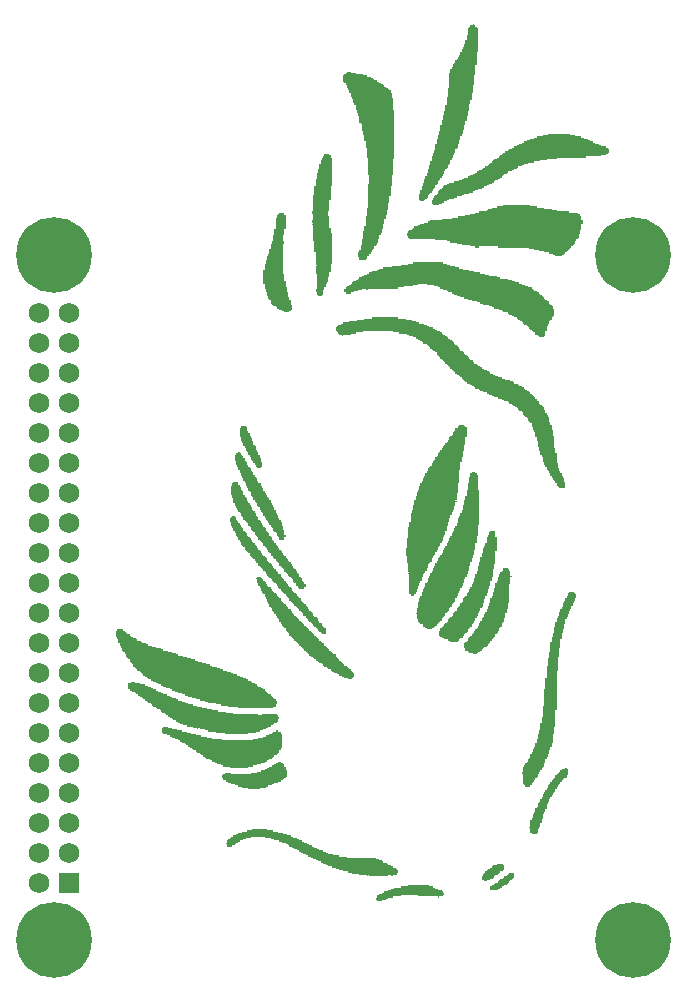
<source format=gts>
G04*
G04 #@! TF.GenerationSoftware,Altium Limited,Altium Designer,23.0.1 (38)*
G04*
G04 Layer_Color=8388736*
%FSLAX25Y25*%
%MOIN*%
G70*
G04*
G04 #@! TF.SameCoordinates,98C9FFAE-3615-4BD8-9C5D-4E3436802419*
G04*
G04*
G04 #@! TF.FilePolarity,Negative*
G04*
G01*
G75*
%ADD13C,0.25210*%
%ADD14R,0.06800X0.06800*%
%ADD15C,0.06800*%
G36*
X225424Y348291D02*
X225840D01*
Y347875D01*
X226256D01*
Y347459D01*
X226672D01*
Y339556D01*
X226256D01*
Y334980D01*
X225840D01*
Y331652D01*
X225424D01*
Y328324D01*
X225008D01*
Y325828D01*
X224592D01*
Y323332D01*
X224176D01*
Y322084D01*
X223760D01*
Y319588D01*
X223344D01*
Y317924D01*
X222928D01*
Y316261D01*
X222512D01*
Y315013D01*
X222096D01*
Y313349D01*
X221680D01*
Y312101D01*
X221264D01*
Y311269D01*
X220848D01*
Y310021D01*
X220432D01*
Y308773D01*
X220017D01*
Y307525D01*
X219601D01*
Y307109D01*
X219184D01*
Y305861D01*
X218769D01*
Y305029D01*
X218353D01*
Y304197D01*
X217937D01*
Y303365D01*
X217521D01*
Y302117D01*
X217105D01*
Y301701D01*
X216689D01*
Y300869D01*
X216273D01*
Y300453D01*
X215857D01*
Y299621D01*
X215441D01*
Y298789D01*
X215025D01*
Y297957D01*
X214609D01*
Y297541D01*
X214193D01*
Y296709D01*
X213777D01*
Y296293D01*
X213361D01*
Y295462D01*
X212945D01*
Y295046D01*
X212529D01*
Y294214D01*
X212113D01*
Y293798D01*
X211697D01*
Y292966D01*
X211281D01*
Y292550D01*
X210865D01*
Y292134D01*
X210449D01*
Y291718D01*
X210033D01*
Y290886D01*
X209617D01*
Y290470D01*
X209201D01*
Y290054D01*
X208785D01*
Y289638D01*
X207537D01*
Y290054D01*
X207121D01*
Y292134D01*
X207537D01*
Y293382D01*
X207953D01*
Y294630D01*
X208369D01*
Y295878D01*
X208785D01*
Y297126D01*
X209201D01*
Y297957D01*
X209617D01*
Y299205D01*
X210033D01*
Y300453D01*
X210449D01*
Y301701D01*
X210865D01*
Y302949D01*
X211281D01*
Y304613D01*
X211697D01*
Y305861D01*
X212113D01*
Y306693D01*
X212529D01*
Y308773D01*
X212945D01*
Y310437D01*
X213361D01*
Y311685D01*
X213777D01*
Y312933D01*
X214193D01*
Y315013D01*
X214609D01*
Y316677D01*
X215025D01*
Y318340D01*
X215441D01*
Y319588D01*
X215857D01*
Y321668D01*
X216273D01*
Y324580D01*
X216689D01*
Y327492D01*
X217105D01*
Y332484D01*
X217521D01*
Y333732D01*
X217937D01*
Y334564D01*
X218353D01*
Y335396D01*
X218769D01*
Y335812D01*
X219184D01*
Y336644D01*
X219601D01*
Y337060D01*
X220017D01*
Y337892D01*
X220432D01*
Y338308D01*
X220848D01*
Y339556D01*
X221264D01*
Y340388D01*
X221680D01*
Y341219D01*
X222096D01*
Y342051D01*
X222512D01*
Y343299D01*
X222928D01*
Y344963D01*
X223344D01*
Y347459D01*
X223760D01*
Y347875D01*
X224176D01*
Y348291D01*
X225008D01*
Y348707D01*
X225424D01*
Y348291D01*
D02*
G37*
G36*
X257455Y311685D02*
X259119D01*
Y311269D01*
X261198D01*
Y310853D01*
X262031D01*
Y310437D01*
X263279D01*
Y310021D01*
X264110D01*
Y309605D01*
X264942D01*
Y309189D01*
X265774D01*
Y308773D01*
X267022D01*
Y308357D01*
X267854D01*
Y307941D01*
X269518D01*
Y307525D01*
X269934D01*
Y307109D01*
X270350D01*
Y305861D01*
X269934D01*
Y305445D01*
X269518D01*
Y305029D01*
X267854D01*
Y304613D01*
X262862D01*
Y304197D01*
X252879D01*
Y303781D01*
X249551D01*
Y303365D01*
X247471D01*
Y302949D01*
X245391D01*
Y302533D01*
X243311D01*
Y302117D01*
X242063D01*
Y301701D01*
X241231D01*
Y301285D01*
X239984D01*
Y300869D01*
X239568D01*
Y300453D01*
X238736D01*
Y300037D01*
X237904D01*
Y299621D01*
X236656D01*
Y299205D01*
X236240D01*
Y298789D01*
X235408D01*
Y298373D01*
X234992D01*
Y297957D01*
X234576D01*
Y297541D01*
X234160D01*
Y297126D01*
X233328D01*
Y296709D01*
X232496D01*
Y296293D01*
X232080D01*
Y295878D01*
X231248D01*
Y295462D01*
X230416D01*
Y295046D01*
X229584D01*
Y294630D01*
X228752D01*
Y294214D01*
X227920D01*
Y293798D01*
X226672D01*
Y293382D01*
X225840D01*
Y292966D01*
X225008D01*
Y292550D01*
X223760D01*
Y292134D01*
X222096D01*
Y291718D01*
X221264D01*
Y291302D01*
X219601D01*
Y290886D01*
X218769D01*
Y290470D01*
X217105D01*
Y290054D01*
X216273D01*
Y289638D01*
X215441D01*
Y289222D01*
X214609D01*
Y288806D01*
X213777D01*
Y288390D01*
X211697D01*
Y288806D01*
X211281D01*
Y290054D01*
X211697D01*
Y290886D01*
X212113D01*
Y291302D01*
X212529D01*
Y291718D01*
X212945D01*
Y292134D01*
X213361D01*
Y292966D01*
X213777D01*
Y293382D01*
X214193D01*
Y293798D01*
X214609D01*
Y294214D01*
X215025D01*
Y294630D01*
X215441D01*
Y295046D01*
X216273D01*
Y295462D01*
X217105D01*
Y295878D01*
X218769D01*
Y296293D01*
X220432D01*
Y296709D01*
X221264D01*
Y297126D01*
X222096D01*
Y297541D01*
X223344D01*
Y297957D01*
X224176D01*
Y298373D01*
X225008D01*
Y298789D01*
X225840D01*
Y299205D01*
X226256D01*
Y299621D01*
X227088D01*
Y300037D01*
X227920D01*
Y300453D01*
X228336D01*
Y300869D01*
X229168D01*
Y301285D01*
X230000D01*
Y301701D01*
X230416D01*
Y302117D01*
X230832D01*
Y302533D01*
X231248D01*
Y302949D01*
X231664D01*
Y303365D01*
X232080D01*
Y303781D01*
X232912D01*
Y304197D01*
X233744D01*
Y304613D01*
X234160D01*
Y305029D01*
X234576D01*
Y305445D01*
X234992D01*
Y305861D01*
X235824D01*
Y306277D01*
X236656D01*
Y306693D01*
X237072D01*
Y307109D01*
X237904D01*
Y307525D01*
X238736D01*
Y307941D01*
X239568D01*
Y308357D01*
X240400D01*
Y308773D01*
X241231D01*
Y309189D01*
X242063D01*
Y309605D01*
X242895D01*
Y310021D01*
X244143D01*
Y310437D01*
X245391D01*
Y310853D01*
X246223D01*
Y311269D01*
X248303D01*
Y311685D01*
X249967D01*
Y312101D01*
X257455D01*
Y311685D01*
D02*
G37*
G36*
X244143Y287974D02*
X246223D01*
Y287558D01*
X248719D01*
Y287142D01*
X251215D01*
Y286726D01*
X252879D01*
Y286310D01*
X257039D01*
Y285894D01*
X259951D01*
Y285478D01*
X260783D01*
Y284646D01*
X261198D01*
Y283398D01*
X261614D01*
Y282150D01*
X261198D01*
Y280070D01*
X260783D01*
Y278822D01*
X260367D01*
Y277574D01*
X259951D01*
Y277158D01*
X259535D01*
Y276326D01*
X259119D01*
Y275495D01*
X258703D01*
Y275079D01*
X258287D01*
Y274662D01*
X257871D01*
Y274247D01*
X257455D01*
Y273831D01*
X257039D01*
Y273415D01*
X256623D01*
Y272999D01*
X256207D01*
Y272583D01*
X255791D01*
Y272167D01*
X255375D01*
Y271751D01*
X254543D01*
Y271335D01*
X252463D01*
Y271751D01*
X251631D01*
Y272167D01*
X250383D01*
Y272583D01*
X248719D01*
Y272999D01*
X247055D01*
Y273415D01*
X245391D01*
Y273831D01*
X243727D01*
Y274247D01*
X233328D01*
Y274662D01*
X227088D01*
Y274247D01*
X225840D01*
Y274662D01*
X224176D01*
Y275079D01*
X221264D01*
Y275495D01*
X219601D01*
Y275910D01*
X217521D01*
Y276326D01*
X216273D01*
Y276742D01*
X212529D01*
Y277158D01*
X203793D01*
Y277574D01*
X203377D01*
Y277990D01*
X202961D01*
Y279238D01*
X203377D01*
Y279654D01*
X203793D01*
Y280070D01*
X204625D01*
Y280486D01*
X205041D01*
Y280902D01*
X205457D01*
Y281318D01*
X206705D01*
Y281734D01*
X207537D01*
Y282150D01*
X208785D01*
Y282566D01*
X210033D01*
Y282982D01*
X210865D01*
Y283398D01*
X214609D01*
Y283814D01*
X217937D01*
Y284230D01*
X220017D01*
Y284646D01*
X222512D01*
Y285062D01*
X224176D01*
Y285478D01*
X225840D01*
Y285894D01*
X227088D01*
Y286310D01*
X229584D01*
Y286726D01*
X230000D01*
Y287142D01*
X231248D01*
Y287558D01*
X232912D01*
Y287974D01*
X234992D01*
Y288390D01*
X244143D01*
Y287974D01*
D02*
G37*
G36*
X184242Y332484D02*
X185906D01*
Y332068D01*
X188402D01*
Y331652D01*
X189650D01*
Y331236D01*
X190898D01*
Y330820D01*
X191730D01*
Y330404D01*
X192146D01*
Y329988D01*
X192978D01*
Y329572D01*
X193810D01*
Y329156D01*
X194226D01*
Y328740D01*
X195058D01*
Y328324D01*
X195474D01*
Y327908D01*
X195890D01*
Y327492D01*
X196721D01*
Y327076D01*
X197137D01*
Y326660D01*
X197554D01*
Y325828D01*
X197969D01*
Y324164D01*
X198386D01*
Y320004D01*
X198801D01*
Y303781D01*
X198386D01*
Y298373D01*
X197969D01*
Y294630D01*
X197554D01*
Y291302D01*
X197137D01*
Y289222D01*
X196721D01*
Y286726D01*
X196306D01*
Y285062D01*
X195890D01*
Y283814D01*
X195474D01*
Y282150D01*
X195058D01*
Y280486D01*
X194642D01*
Y279238D01*
X194226D01*
Y278406D01*
X193810D01*
Y277158D01*
X193394D01*
Y275910D01*
X192978D01*
Y275079D01*
X192562D01*
Y274662D01*
X192146D01*
Y273831D01*
X191730D01*
Y273415D01*
X191314D01*
Y272583D01*
X190898D01*
Y272167D01*
X190482D01*
Y271335D01*
X189650D01*
Y270503D01*
X189234D01*
Y270087D01*
X187154D01*
Y270919D01*
X186738D01*
Y272583D01*
X187154D01*
Y273415D01*
X187570D01*
Y275079D01*
X187986D01*
Y277158D01*
X188402D01*
Y279654D01*
X188818D01*
Y281318D01*
X189234D01*
Y284646D01*
X189650D01*
Y287558D01*
X190066D01*
Y295462D01*
X190482D01*
Y298373D01*
X190066D01*
Y304197D01*
X189650D01*
Y307525D01*
X189234D01*
Y309605D01*
X188818D01*
Y311685D01*
X188402D01*
Y312933D01*
X187986D01*
Y315429D01*
X187570D01*
Y315845D01*
X187154D01*
Y317924D01*
X186738D01*
Y319172D01*
X186322D01*
Y320004D01*
X185906D01*
Y321668D01*
X185490D01*
Y322500D01*
X185074D01*
Y323748D01*
X184658D01*
Y324580D01*
X184242D01*
Y325828D01*
X183826D01*
Y326660D01*
X183410D01*
Y327492D01*
X182994D01*
Y328324D01*
X182578D01*
Y329156D01*
X182162D01*
Y329572D01*
X181746D01*
Y331652D01*
X182162D01*
Y332068D01*
X182578D01*
Y332484D01*
X182994D01*
Y332900D01*
X184242D01*
Y332484D01*
D02*
G37*
G36*
X177171Y305029D02*
X177586D01*
Y304197D01*
X178002D01*
Y294630D01*
X177586D01*
Y290054D01*
X177171D01*
Y286310D01*
X176754D01*
Y284646D01*
X177171D01*
Y280902D01*
X177586D01*
Y279238D01*
X178002D01*
Y268839D01*
X177586D01*
Y265927D01*
X177171D01*
Y264263D01*
X176754D01*
Y262599D01*
X176339D01*
Y262183D01*
X175923D01*
Y260935D01*
X175506D01*
Y260103D01*
X175091D01*
Y258439D01*
X174675D01*
Y258023D01*
X173427D01*
Y258439D01*
X173011D01*
Y259271D01*
X172595D01*
Y260519D01*
X173011D01*
Y265511D01*
X172595D01*
Y268007D01*
X173011D01*
Y268423D01*
X172595D01*
Y272583D01*
X172179D01*
Y276326D01*
X171763D01*
Y281734D01*
X171347D01*
Y282150D01*
X171763D01*
Y282566D01*
X171347D01*
Y283398D01*
X171763D01*
Y285478D01*
X171347D01*
Y286310D01*
X171763D01*
Y291718D01*
X172179D01*
Y294630D01*
X172595D01*
Y297126D01*
X173011D01*
Y299205D01*
X173427D01*
Y300453D01*
X173843D01*
Y302117D01*
X174259D01*
Y303365D01*
X174675D01*
Y304197D01*
X175091D01*
Y304613D01*
X175506D01*
Y305445D01*
X177171D01*
Y305029D01*
D02*
G37*
G36*
X162195Y285062D02*
X162611D01*
Y280486D01*
X162195D01*
Y278406D01*
X161779D01*
Y276326D01*
X162195D01*
Y275495D01*
X161779D01*
Y265511D01*
X162195D01*
Y263015D01*
X162611D01*
Y260935D01*
X163027D01*
Y259271D01*
X163443D01*
Y257607D01*
X163859D01*
Y256775D01*
X164275D01*
Y255111D01*
X164691D01*
Y253448D01*
X164275D01*
Y253031D01*
X163859D01*
Y252615D01*
X162195D01*
Y253031D01*
X161363D01*
Y253448D01*
X160531D01*
Y253864D01*
X159699D01*
Y254279D01*
X159283D01*
Y254695D01*
X158451D01*
Y255111D01*
X158035D01*
Y255527D01*
X157619D01*
Y256775D01*
X157203D01*
Y257191D01*
X156787D01*
Y258023D01*
X156371D01*
Y259271D01*
X155955D01*
Y260519D01*
X155540D01*
Y262183D01*
X155123D01*
Y266759D01*
X155540D01*
Y268839D01*
X155955D01*
Y270087D01*
X156371D01*
Y271335D01*
X156787D01*
Y272167D01*
X157203D01*
Y273831D01*
X157619D01*
Y275495D01*
X158035D01*
Y276326D01*
X158451D01*
Y278406D01*
X158867D01*
Y280486D01*
X159283D01*
Y284230D01*
X159699D01*
Y285062D01*
X160115D01*
Y285478D01*
X160531D01*
Y285894D01*
X162195D01*
Y285062D01*
D02*
G37*
G36*
X215025Y268839D02*
X216273D01*
Y268423D01*
X217521D01*
Y268007D01*
X219184D01*
Y267591D01*
X220432D01*
Y267175D01*
X221680D01*
Y266759D01*
X223760D01*
Y266343D01*
X225424D01*
Y265927D01*
X227504D01*
Y265511D01*
X229168D01*
Y265095D01*
X230416D01*
Y264679D01*
X232912D01*
Y264263D01*
X234160D01*
Y263847D01*
X236656D01*
Y263431D01*
X237904D01*
Y263015D01*
X239152D01*
Y262599D01*
X240400D01*
Y262183D01*
X241231D01*
Y261767D01*
X242479D01*
Y261351D01*
X243311D01*
Y260935D01*
X244559D01*
Y260519D01*
X244975D01*
Y260103D01*
X245391D01*
Y259687D01*
X246223D01*
Y259271D01*
X247055D01*
Y258855D01*
X247471D01*
Y258439D01*
X247887D01*
Y258023D01*
X248303D01*
Y257607D01*
X248719D01*
Y257191D01*
X249135D01*
Y256775D01*
X249551D01*
Y256359D01*
X250383D01*
Y255527D01*
X250799D01*
Y255111D01*
X251215D01*
Y254695D01*
X251631D01*
Y253864D01*
X252047D01*
Y251368D01*
X251631D01*
Y250952D01*
X251215D01*
Y250120D01*
X250799D01*
Y249704D01*
X250383D01*
Y248872D01*
X249967D01*
Y248040D01*
X249551D01*
Y246376D01*
X249135D01*
Y244712D01*
X248719D01*
Y244296D01*
X247055D01*
Y244712D01*
X246639D01*
Y245128D01*
X245807D01*
Y245960D01*
X244975D01*
Y246376D01*
X244559D01*
Y246792D01*
X244143D01*
Y247208D01*
X243727D01*
Y247624D01*
X243311D01*
Y248040D01*
X242895D01*
Y248456D01*
X242063D01*
Y248872D01*
X241648D01*
Y249288D01*
X241231D01*
Y249704D01*
X240815D01*
Y250120D01*
X239984D01*
Y250536D01*
X239568D01*
Y250952D01*
X238736D01*
Y251368D01*
X237904D01*
Y251784D01*
X237072D01*
Y252200D01*
X236656D01*
Y252615D01*
X234992D01*
Y253031D01*
X234576D01*
Y253448D01*
X233744D01*
Y253864D01*
X232080D01*
Y254279D01*
X231248D01*
Y254695D01*
X230416D01*
Y255111D01*
X228336D01*
Y255527D01*
X227504D01*
Y255943D01*
X226256D01*
Y256359D01*
X224592D01*
Y256775D01*
X223344D01*
Y257191D01*
X222096D01*
Y257607D01*
X220848D01*
Y258023D01*
X219601D01*
Y258439D01*
X218769D01*
Y258855D01*
X217937D01*
Y259271D01*
X216689D01*
Y259687D01*
X216273D01*
Y260103D01*
X215025D01*
Y260519D01*
X214193D01*
Y260935D01*
X213361D01*
Y261351D01*
X212113D01*
Y261767D01*
X209617D01*
Y262183D01*
X206705D01*
Y261767D01*
X205041D01*
Y261351D01*
X202129D01*
Y260935D01*
X200049D01*
Y260519D01*
X190066D01*
Y260103D01*
X189234D01*
Y260519D01*
X187986D01*
Y260103D01*
X186738D01*
Y259687D01*
X185490D01*
Y259271D01*
X184242D01*
Y258855D01*
X182578D01*
Y259271D01*
X182162D01*
Y260519D01*
X182578D01*
Y260935D01*
X182994D01*
Y261351D01*
X183826D01*
Y261767D01*
X184242D01*
Y262183D01*
X184658D01*
Y262599D01*
X185074D01*
Y263015D01*
X185906D01*
Y263431D01*
X186738D01*
Y263847D01*
X187154D01*
Y264263D01*
X187986D01*
Y264679D01*
X188818D01*
Y265095D01*
X189650D01*
Y265511D01*
X190482D01*
Y265927D01*
X191314D01*
Y266343D01*
X192978D01*
Y266759D01*
X193810D01*
Y267175D01*
X195058D01*
Y267591D01*
X197969D01*
Y268007D01*
X200881D01*
Y268423D01*
X203377D01*
Y268839D01*
X205041D01*
Y269255D01*
X215025D01*
Y268839D01*
D02*
G37*
G36*
X149300Y214345D02*
X149716D01*
Y213097D01*
X150132D01*
Y212265D01*
X150548D01*
Y211433D01*
X150964D01*
Y210601D01*
X151380D01*
Y209770D01*
X151796D01*
Y208522D01*
X152212D01*
Y208106D01*
X152628D01*
Y206858D01*
X153044D01*
Y206026D01*
X153460D01*
Y205194D01*
X153876D01*
Y203946D01*
X154291D01*
Y202698D01*
X154708D01*
Y201034D01*
X154291D01*
Y200618D01*
X153044D01*
Y201034D01*
X152628D01*
Y201866D01*
X152212D01*
Y202282D01*
X151796D01*
Y203114D01*
X151380D01*
Y203530D01*
X150964D01*
Y204362D01*
X150548D01*
Y205194D01*
X150132D01*
Y206026D01*
X149716D01*
Y206442D01*
X149300D01*
Y207274D01*
X148884D01*
Y208106D01*
X148468D01*
Y208938D01*
X148052D01*
Y209770D01*
X147636D01*
Y211017D01*
X147220D01*
Y213929D01*
X147636D01*
Y214761D01*
X149300D01*
Y214345D01*
D02*
G37*
G36*
X200049Y250536D02*
X202545D01*
Y250120D01*
X204625D01*
Y249704D01*
X205873D01*
Y249288D01*
X207121D01*
Y248872D01*
X208785D01*
Y248456D01*
X209617D01*
Y248040D01*
X210449D01*
Y247624D01*
X211697D01*
Y247208D01*
X212529D01*
Y246792D01*
X212945D01*
Y246376D01*
X214193D01*
Y245960D01*
X214609D01*
Y245544D01*
X215025D01*
Y245128D01*
X215857D01*
Y244712D01*
X216273D01*
Y244296D01*
X216689D01*
Y243880D01*
X217521D01*
Y243464D01*
X217937D01*
Y243048D01*
X218353D01*
Y242632D01*
X218769D01*
Y242216D01*
X219184D01*
Y241800D01*
X219601D01*
Y241384D01*
X220017D01*
Y240968D01*
X220432D01*
Y240552D01*
X220848D01*
Y239720D01*
X221680D01*
Y239304D01*
X222096D01*
Y238888D01*
X222512D01*
Y238472D01*
X222928D01*
Y238056D01*
X223344D01*
Y237640D01*
X223760D01*
Y237224D01*
X224176D01*
Y236808D01*
X225008D01*
Y235976D01*
X225424D01*
Y235560D01*
X226256D01*
Y235144D01*
X226672D01*
Y234728D01*
X227504D01*
Y234312D01*
X227920D01*
Y233896D01*
X228752D01*
Y233480D01*
X229584D01*
Y233064D01*
X230416D01*
Y232648D01*
X230832D01*
Y232232D01*
X231664D01*
Y231817D01*
X232496D01*
Y231400D01*
X233328D01*
Y230984D01*
X234576D01*
Y230569D01*
X235824D01*
Y230153D01*
X237488D01*
Y229737D01*
X238320D01*
Y229321D01*
X238736D01*
Y228905D01*
X239984D01*
Y228489D01*
X240400D01*
Y228073D01*
X241231D01*
Y227657D01*
X242063D01*
Y227241D01*
X242479D01*
Y226825D01*
X242895D01*
Y226409D01*
X243727D01*
Y225993D01*
X244143D01*
Y225577D01*
X244559D01*
Y225161D01*
X244975D01*
Y224745D01*
X245391D01*
Y224329D01*
X245807D01*
Y223913D01*
X246223D01*
Y223081D01*
X247055D01*
Y222249D01*
X247471D01*
Y221833D01*
X247887D01*
Y221417D01*
X248303D01*
Y221001D01*
X248719D01*
Y220169D01*
X249135D01*
Y218921D01*
X249551D01*
Y218505D01*
X249967D01*
Y217673D01*
X250383D01*
Y216009D01*
X250799D01*
Y215177D01*
X251215D01*
Y213513D01*
X251631D01*
Y211433D01*
X252047D01*
Y207274D01*
X252463D01*
Y205610D01*
X252879D01*
Y202282D01*
X253295D01*
Y200618D01*
X253711D01*
Y199786D01*
X254127D01*
Y198954D01*
X254543D01*
Y198122D01*
X254959D01*
Y197290D01*
X255375D01*
Y196042D01*
X255791D01*
Y193962D01*
X253711D01*
Y194378D01*
X253295D01*
Y194794D01*
X252879D01*
Y195626D01*
X252463D01*
Y196458D01*
X252047D01*
Y196874D01*
X251631D01*
Y197290D01*
X251215D01*
Y198122D01*
X250799D01*
Y198954D01*
X250383D01*
Y199786D01*
X249967D01*
Y200202D01*
X249551D01*
Y201034D01*
X249135D01*
Y201866D01*
X248719D01*
Y202698D01*
X248303D01*
Y204362D01*
X247887D01*
Y205194D01*
X247471D01*
Y206442D01*
X247055D01*
Y207690D01*
X246639D01*
Y209770D01*
X246223D01*
Y211017D01*
X245807D01*
Y212681D01*
X245391D01*
Y213513D01*
X244975D01*
Y214345D01*
X244559D01*
Y215593D01*
X244143D01*
Y216009D01*
X243727D01*
Y216425D01*
X243311D01*
Y217257D01*
X242895D01*
Y217673D01*
X242479D01*
Y218089D01*
X242063D01*
Y218505D01*
X241648D01*
Y219337D01*
X241231D01*
Y219753D01*
X240400D01*
Y220169D01*
X239984D01*
Y220585D01*
X239568D01*
Y221001D01*
X239152D01*
Y221417D01*
X238320D01*
Y221833D01*
X237904D01*
Y222249D01*
X237072D01*
Y222665D01*
X236656D01*
Y223081D01*
X235408D01*
Y223497D01*
X234576D01*
Y223913D01*
X233328D01*
Y224329D01*
X232080D01*
Y224745D01*
X231248D01*
Y225161D01*
X230416D01*
Y225577D01*
X229584D01*
Y225993D01*
X228336D01*
Y226409D01*
X227504D01*
Y226825D01*
X227088D01*
Y227241D01*
X225840D01*
Y227657D01*
X225424D01*
Y228073D01*
X224592D01*
Y228489D01*
X224176D01*
Y228905D01*
X222928D01*
Y229321D01*
X222512D01*
Y229737D01*
X222096D01*
Y230153D01*
X221680D01*
Y230569D01*
X221264D01*
Y230984D01*
X220848D01*
Y231400D01*
X220432D01*
Y231817D01*
X219601D01*
Y232232D01*
X219184D01*
Y232648D01*
X218769D01*
Y233064D01*
X218353D01*
Y233480D01*
X217937D01*
Y233896D01*
X217521D01*
Y234312D01*
X217105D01*
Y234728D01*
X216689D01*
Y235144D01*
X216273D01*
Y235560D01*
X215857D01*
Y235976D01*
X215441D01*
Y236392D01*
X215025D01*
Y236808D01*
X214609D01*
Y237224D01*
X214193D01*
Y237640D01*
X213777D01*
Y238056D01*
X213361D01*
Y238472D01*
X212945D01*
Y239304D01*
X212529D01*
Y239720D01*
X211697D01*
Y240136D01*
X211281D01*
Y240552D01*
X210865D01*
Y240968D01*
X210449D01*
Y241384D01*
X210033D01*
Y241800D01*
X209617D01*
Y242216D01*
X208369D01*
Y242632D01*
X207953D01*
Y243048D01*
X207537D01*
Y243464D01*
X206705D01*
Y243880D01*
X205873D01*
Y244296D01*
X205041D01*
Y244712D01*
X203793D01*
Y245128D01*
X202961D01*
Y245544D01*
X200465D01*
Y245960D01*
X198386D01*
Y246376D01*
X188402D01*
Y245960D01*
X185906D01*
Y245544D01*
X184242D01*
Y245128D01*
X181746D01*
Y244712D01*
X181330D01*
Y245128D01*
X180498D01*
Y245544D01*
X180082D01*
Y245960D01*
X179666D01*
Y246376D01*
X179250D01*
Y247624D01*
X179666D01*
Y248040D01*
X180082D01*
Y248456D01*
X180914D01*
Y248872D01*
X181746D01*
Y249288D01*
X183826D01*
Y249704D01*
X186322D01*
Y250120D01*
X188818D01*
Y250536D01*
X191314D01*
Y250952D01*
X200049D01*
Y250536D01*
D02*
G37*
G36*
X147220Y205610D02*
X147636D01*
Y205194D01*
X148052D01*
Y204778D01*
X148468D01*
Y203946D01*
X148884D01*
Y203114D01*
X149300D01*
Y202698D01*
X149716D01*
Y201866D01*
X150132D01*
Y201034D01*
X150548D01*
Y200618D01*
X150964D01*
Y199786D01*
X151380D01*
Y199370D01*
X151796D01*
Y198538D01*
X152212D01*
Y197706D01*
X152628D01*
Y197290D01*
X153044D01*
Y196458D01*
X153460D01*
Y195626D01*
X154291D01*
Y194794D01*
X154708D01*
Y193962D01*
X155123D01*
Y193130D01*
X155540D01*
Y192298D01*
X155955D01*
Y191882D01*
X156371D01*
Y191050D01*
X156787D01*
Y190634D01*
X157203D01*
Y190218D01*
X157619D01*
Y188970D01*
X158035D01*
Y188555D01*
X158451D01*
Y187723D01*
X158867D01*
Y186891D01*
X159283D01*
Y185643D01*
X159699D01*
Y185227D01*
X160115D01*
Y183979D01*
X160531D01*
Y183563D01*
X160947D01*
Y182731D01*
X161363D01*
Y181483D01*
X161779D01*
Y180235D01*
X162195D01*
Y178571D01*
X162611D01*
Y177739D01*
X162195D01*
Y176907D01*
X160531D01*
Y177739D01*
X160115D01*
Y178155D01*
X159699D01*
Y178987D01*
X159283D01*
Y179403D01*
X158867D01*
Y179819D01*
X158451D01*
Y180651D01*
X158035D01*
Y181067D01*
X157619D01*
Y181899D01*
X157203D01*
Y182315D01*
X156787D01*
Y183147D01*
X156371D01*
Y183563D01*
X155955D01*
Y183979D01*
X155540D01*
Y184811D01*
X155123D01*
Y185643D01*
X154708D01*
Y186059D01*
X154291D01*
Y186891D01*
X153876D01*
Y187723D01*
X153460D01*
Y188138D01*
X153044D01*
Y188970D01*
X152628D01*
Y189386D01*
X152212D01*
Y190218D01*
X151796D01*
Y191050D01*
X151380D01*
Y191466D01*
X150964D01*
Y192714D01*
X150548D01*
Y193130D01*
X150132D01*
Y193962D01*
X149716D01*
Y194794D01*
X149300D01*
Y195626D01*
X148884D01*
Y196458D01*
X148468D01*
Y197290D01*
X148052D01*
Y198122D01*
X147636D01*
Y198954D01*
X147220D01*
Y200202D01*
X146804D01*
Y201034D01*
X146388D01*
Y201866D01*
X145972D01*
Y203114D01*
X145556D01*
Y205194D01*
X145972D01*
Y205610D01*
X146804D01*
Y206026D01*
X147220D01*
Y205610D01*
D02*
G37*
G36*
X146804Y195210D02*
X147220D01*
Y194378D01*
X147636D01*
Y193546D01*
X148052D01*
Y193130D01*
X148468D01*
Y191882D01*
X148884D01*
Y191050D01*
X149300D01*
Y190634D01*
X149716D01*
Y189802D01*
X150132D01*
Y188970D01*
X150548D01*
Y188555D01*
X150964D01*
Y187723D01*
X151380D01*
Y186891D01*
X151796D01*
Y186475D01*
X152212D01*
Y185643D01*
X152628D01*
Y184811D01*
X153044D01*
Y184395D01*
X153460D01*
Y183563D01*
X153876D01*
Y183147D01*
X154291D01*
Y182315D01*
X154708D01*
Y181899D01*
X155123D01*
Y181067D01*
X155540D01*
Y180651D01*
X155955D01*
Y179819D01*
X156371D01*
Y179403D01*
X156787D01*
Y178987D01*
X157203D01*
Y178155D01*
X157619D01*
Y177739D01*
X158035D01*
Y176907D01*
X158451D01*
Y176491D01*
X158867D01*
Y175659D01*
X159283D01*
Y175243D01*
X159699D01*
Y174827D01*
X160115D01*
Y173995D01*
X160531D01*
Y173579D01*
X160947D01*
Y173163D01*
X161363D01*
Y172331D01*
X161779D01*
Y171915D01*
X162195D01*
Y171499D01*
X162611D01*
Y170667D01*
X163027D01*
Y170251D01*
X163443D01*
Y169835D01*
X163859D01*
Y169419D01*
X164275D01*
Y168587D01*
X164691D01*
Y168172D01*
X165107D01*
Y167340D01*
X165523D01*
Y166923D01*
X165939D01*
Y166507D01*
X166355D01*
Y165676D01*
X166771D01*
Y165260D01*
X167187D01*
Y164428D01*
X167603D01*
Y164012D01*
X168019D01*
Y163180D01*
X168435D01*
Y162764D01*
X168851D01*
Y161932D01*
X169267D01*
Y161100D01*
X168851D01*
Y160268D01*
X167187D01*
Y160684D01*
X166771D01*
Y161516D01*
X165939D01*
Y162348D01*
X165523D01*
Y162764D01*
X165107D01*
Y163596D01*
X164691D01*
Y164012D01*
X164275D01*
Y164428D01*
X163859D01*
Y164844D01*
X163443D01*
Y165260D01*
X163027D01*
Y165676D01*
X162611D01*
Y166092D01*
X162195D01*
Y166923D01*
X161779D01*
Y167340D01*
X161363D01*
Y167755D01*
X160947D01*
Y168172D01*
X160531D01*
Y169003D01*
X160115D01*
Y169419D01*
X159699D01*
Y169835D01*
X159283D01*
Y170251D01*
X158867D01*
Y170667D01*
X158451D01*
Y171499D01*
X157619D01*
Y172331D01*
X157203D01*
Y172747D01*
X156787D01*
Y173579D01*
X156371D01*
Y173995D01*
X155955D01*
Y174411D01*
X155540D01*
Y174827D01*
X155123D01*
Y175659D01*
X154708D01*
Y176075D01*
X154291D01*
Y176491D01*
X153876D01*
Y176907D01*
X153460D01*
Y177739D01*
X153044D01*
Y178155D01*
X152628D01*
Y178571D01*
X152212D01*
Y179403D01*
X151796D01*
Y179819D01*
X151380D01*
Y180235D01*
X150964D01*
Y181067D01*
X150548D01*
Y181483D01*
X150132D01*
Y182315D01*
X149716D01*
Y182731D01*
X149300D01*
Y183147D01*
X148884D01*
Y183563D01*
X148468D01*
Y184395D01*
X148052D01*
Y184811D01*
X147636D01*
Y185643D01*
X147220D01*
Y186059D01*
X146804D01*
Y186891D01*
X146388D01*
Y187307D01*
X145972D01*
Y188138D01*
X145556D01*
Y188970D01*
X145140D01*
Y190634D01*
X144724D01*
Y191882D01*
X144308D01*
Y194794D01*
X144724D01*
Y195626D01*
X145140D01*
Y196042D01*
X146804D01*
Y195210D01*
D02*
G37*
G36*
X222096Y214761D02*
X222512D01*
Y214345D01*
X222928D01*
Y211017D01*
X222512D01*
Y208522D01*
X222096D01*
Y206442D01*
X221680D01*
Y204362D01*
X221264D01*
Y202698D01*
X220848D01*
Y200202D01*
X220432D01*
Y195626D01*
X220017D01*
Y192298D01*
X219601D01*
Y190218D01*
X219184D01*
Y189802D01*
X219601D01*
Y189386D01*
X219184D01*
Y188138D01*
X218769D01*
Y186891D01*
X218353D01*
Y186059D01*
X217937D01*
Y185227D01*
X217521D01*
Y183979D01*
X217105D01*
Y182731D01*
X216689D01*
Y181483D01*
X216273D01*
Y179819D01*
X215857D01*
Y178571D01*
X215441D01*
Y177739D01*
X215025D01*
Y176491D01*
X214609D01*
Y175659D01*
X214193D01*
Y174827D01*
X213777D01*
Y174411D01*
X213361D01*
Y173579D01*
X212945D01*
Y172747D01*
X212529D01*
Y171915D01*
X212113D01*
Y171499D01*
X211697D01*
Y170667D01*
X211281D01*
Y169419D01*
X210865D01*
Y169003D01*
X210449D01*
Y168587D01*
X210033D01*
Y167340D01*
X209617D01*
Y166507D01*
X209201D01*
Y165676D01*
X208785D01*
Y165260D01*
X208369D01*
Y164428D01*
X207953D01*
Y163180D01*
X207537D01*
Y162348D01*
X207121D01*
Y161516D01*
X206705D01*
Y160268D01*
X206289D01*
Y159436D01*
X205873D01*
Y158604D01*
X205457D01*
Y158188D01*
X204209D01*
Y158604D01*
X203793D01*
Y165260D01*
X203377D01*
Y165676D01*
X203793D01*
Y166092D01*
X203377D01*
Y169003D01*
X202961D01*
Y171499D01*
X202545D01*
Y173995D01*
X202961D01*
Y177323D01*
X203377D01*
Y181067D01*
X203793D01*
Y182731D01*
X204209D01*
Y185643D01*
X204625D01*
Y186891D01*
X205041D01*
Y188555D01*
X205457D01*
Y190218D01*
X205873D01*
Y191466D01*
X206289D01*
Y192714D01*
X206705D01*
Y193546D01*
X207121D01*
Y194794D01*
X207537D01*
Y195626D01*
X207953D01*
Y196458D01*
X208369D01*
Y197290D01*
X208785D01*
Y198122D01*
X209201D01*
Y198954D01*
X209617D01*
Y199786D01*
X210033D01*
Y200618D01*
X210449D01*
Y201034D01*
X210865D01*
Y201450D01*
X211281D01*
Y202282D01*
X211697D01*
Y203114D01*
X212113D01*
Y203530D01*
X212529D01*
Y204362D01*
X212945D01*
Y204778D01*
X213361D01*
Y205610D01*
X213777D01*
Y206026D01*
X214193D01*
Y206858D01*
X214609D01*
Y207274D01*
X215025D01*
Y208106D01*
X215441D01*
Y208522D01*
X215857D01*
Y208938D01*
X216273D01*
Y209353D01*
X216689D01*
Y210186D01*
X217105D01*
Y211017D01*
X217521D01*
Y211433D01*
X217937D01*
Y211849D01*
X218353D01*
Y212681D01*
X218769D01*
Y213097D01*
X219184D01*
Y213929D01*
X220017D01*
Y214761D01*
X220432D01*
Y215177D01*
X222096D01*
Y214761D01*
D02*
G37*
G36*
X225840Y198954D02*
X226256D01*
Y198538D01*
X226672D01*
Y193546D01*
X227088D01*
Y181899D01*
X226672D01*
Y178155D01*
X226256D01*
Y175659D01*
X225840D01*
Y173579D01*
X225424D01*
Y171915D01*
X225008D01*
Y170667D01*
X224592D01*
Y169419D01*
X224176D01*
Y168172D01*
X223760D01*
Y166507D01*
X223344D01*
Y165260D01*
X222928D01*
Y164428D01*
X222512D01*
Y163596D01*
X222096D01*
Y162348D01*
X221680D01*
Y161516D01*
X221264D01*
Y160684D01*
X220848D01*
Y159852D01*
X220432D01*
Y159020D01*
X220017D01*
Y158188D01*
X219601D01*
Y157356D01*
X219184D01*
Y156108D01*
X218769D01*
Y155692D01*
X218353D01*
Y155276D01*
X217937D01*
Y154444D01*
X217521D01*
Y154028D01*
X217105D01*
Y153196D01*
X216689D01*
Y152780D01*
X216273D01*
Y152364D01*
X215857D01*
Y151532D01*
X215441D01*
Y151116D01*
X215025D01*
Y150700D01*
X214609D01*
Y149868D01*
X214193D01*
Y149452D01*
X213777D01*
Y149036D01*
X213361D01*
Y148620D01*
X212945D01*
Y148204D01*
X212529D01*
Y147788D01*
X212113D01*
Y147372D01*
X211281D01*
Y146956D01*
X209617D01*
Y147372D01*
X209201D01*
Y147788D01*
X208369D01*
Y148620D01*
X207537D01*
Y149036D01*
X207121D01*
Y149452D01*
X206705D01*
Y150284D01*
X206289D01*
Y151948D01*
X205873D01*
Y152364D01*
X206289D01*
Y154028D01*
X206705D01*
Y156108D01*
X207121D01*
Y157356D01*
X207537D01*
Y158188D01*
X207953D01*
Y159436D01*
X208369D01*
Y160268D01*
X208785D01*
Y161100D01*
X209201D01*
Y162348D01*
X209617D01*
Y162764D01*
X210033D01*
Y164012D01*
X210449D01*
Y164844D01*
X210865D01*
Y165676D01*
X211281D01*
Y166507D01*
X211697D01*
Y167340D01*
X212113D01*
Y168172D01*
X212529D01*
Y169003D01*
X212945D01*
Y169835D01*
X213361D01*
Y170667D01*
X213777D01*
Y171083D01*
X214193D01*
Y171915D01*
X214609D01*
Y172331D01*
X215025D01*
Y173579D01*
X215441D01*
Y173995D01*
X215857D01*
Y174827D01*
X216273D01*
Y175659D01*
X216689D01*
Y176491D01*
X217105D01*
Y177323D01*
X217521D01*
Y178155D01*
X217937D01*
Y178987D01*
X218353D01*
Y179819D01*
X218769D01*
Y180651D01*
X219184D01*
Y181483D01*
X219601D01*
Y182315D01*
X220017D01*
Y183979D01*
X220432D01*
Y184811D01*
X220848D01*
Y185643D01*
X221264D01*
Y186891D01*
X221680D01*
Y188555D01*
X222096D01*
Y190218D01*
X222512D01*
Y191466D01*
X222928D01*
Y193546D01*
X223344D01*
Y195626D01*
X223760D01*
Y197706D01*
X224176D01*
Y198954D01*
X224592D01*
Y199370D01*
X225840D01*
Y198954D01*
D02*
G37*
G36*
X145556Y184395D02*
X145972D01*
Y183563D01*
X146388D01*
Y183147D01*
X146804D01*
Y182315D01*
X147220D01*
Y181899D01*
X147636D01*
Y181067D01*
X148052D01*
Y180651D01*
X148468D01*
Y179819D01*
X148884D01*
Y179403D01*
X149300D01*
Y178987D01*
X149716D01*
Y178155D01*
X150132D01*
Y177739D01*
X150548D01*
Y177323D01*
X150964D01*
Y176907D01*
X151380D01*
Y176075D01*
X151796D01*
Y175659D01*
X152212D01*
Y175243D01*
X152628D01*
Y174827D01*
X153044D01*
Y173995D01*
X153460D01*
Y173579D01*
X153876D01*
Y173163D01*
X154291D01*
Y172331D01*
X154708D01*
Y171915D01*
X155123D01*
Y171499D01*
X155540D01*
Y171083D01*
X155955D01*
Y170667D01*
X156371D01*
Y169835D01*
X156787D01*
Y169419D01*
X157203D01*
Y169003D01*
X157619D01*
Y168587D01*
X158035D01*
Y168172D01*
X158451D01*
Y167340D01*
X158867D01*
Y166923D01*
X159283D01*
Y166507D01*
X159699D01*
Y166092D01*
X160115D01*
Y165260D01*
X160947D01*
Y164428D01*
X161363D01*
Y164012D01*
X161779D01*
Y163596D01*
X162195D01*
Y163180D01*
X162611D01*
Y162348D01*
X163027D01*
Y161932D01*
X163443D01*
Y161516D01*
X163859D01*
Y161100D01*
X164275D01*
Y160684D01*
X164691D01*
Y159852D01*
X165107D01*
Y159436D01*
X165523D01*
Y159020D01*
X165939D01*
Y158604D01*
X166355D01*
Y158188D01*
X166771D01*
Y157772D01*
X167187D01*
Y157356D01*
X167603D01*
Y156524D01*
X168019D01*
Y156108D01*
X168435D01*
Y155692D01*
X168851D01*
Y155276D01*
X169267D01*
Y154860D01*
X169683D01*
Y154444D01*
X170099D01*
Y153612D01*
X170515D01*
Y153196D01*
X170931D01*
Y152780D01*
X171347D01*
Y152364D01*
X171763D01*
Y151532D01*
X172179D01*
Y151116D01*
X173011D01*
Y150700D01*
X173427D01*
Y149868D01*
X173843D01*
Y149036D01*
X174675D01*
Y148204D01*
X175091D01*
Y147788D01*
X175506D01*
Y147372D01*
X175923D01*
Y145292D01*
X174675D01*
Y145709D01*
X174259D01*
Y146124D01*
X173843D01*
Y146540D01*
X173427D01*
Y146956D01*
X173011D01*
Y147372D01*
X172595D01*
Y147788D01*
X172179D01*
Y148204D01*
X171763D01*
Y148620D01*
X171347D01*
Y149036D01*
X170931D01*
Y149452D01*
X170515D01*
Y149868D01*
X170099D01*
Y150284D01*
X169683D01*
Y150700D01*
X169267D01*
Y151532D01*
X168435D01*
Y152364D01*
X168019D01*
Y152780D01*
X167603D01*
Y153196D01*
X167187D01*
Y153612D01*
X166771D01*
Y154028D01*
X166355D01*
Y154444D01*
X165939D01*
Y154860D01*
X165523D01*
Y155276D01*
X165107D01*
Y155692D01*
X164691D01*
Y156108D01*
X164275D01*
Y156524D01*
X163859D01*
Y157356D01*
X163443D01*
Y157772D01*
X163027D01*
Y158188D01*
X162611D01*
Y158604D01*
X162195D01*
Y159020D01*
X161779D01*
Y159436D01*
X161363D01*
Y159852D01*
X160947D01*
Y160268D01*
X160531D01*
Y160684D01*
X160115D01*
Y161516D01*
X159699D01*
Y161932D01*
X159283D01*
Y162348D01*
X158867D01*
Y162764D01*
X158451D01*
Y163180D01*
X158035D01*
Y163596D01*
X157619D01*
Y164012D01*
X157203D01*
Y164428D01*
X156787D01*
Y164844D01*
X156371D01*
Y165260D01*
X155955D01*
Y166092D01*
X155540D01*
Y166507D01*
X155123D01*
Y166923D01*
X154708D01*
Y167340D01*
X154291D01*
Y167755D01*
X153876D01*
Y168172D01*
X153460D01*
Y169003D01*
X152628D01*
Y169835D01*
X152212D01*
Y170251D01*
X151796D01*
Y170667D01*
X151380D01*
Y171083D01*
X150964D01*
Y171499D01*
X150548D01*
Y172331D01*
X150132D01*
Y172747D01*
X149716D01*
Y173163D01*
X149300D01*
Y173579D01*
X148884D01*
Y174411D01*
X148468D01*
Y174827D01*
X148052D01*
Y175243D01*
X147636D01*
Y176075D01*
X147220D01*
Y176907D01*
X146804D01*
Y177739D01*
X146388D01*
Y178155D01*
X145972D01*
Y178987D01*
X145556D01*
Y179819D01*
X145140D01*
Y180651D01*
X144724D01*
Y181483D01*
X144308D01*
Y182731D01*
X143892D01*
Y183979D01*
X144308D01*
Y184395D01*
X144724D01*
Y184811D01*
X145556D01*
Y184395D01*
D02*
G37*
G36*
X232496Y177739D02*
X232912D01*
Y173163D01*
X232496D01*
Y168587D01*
X232080D01*
Y166923D01*
X231664D01*
Y164428D01*
X231248D01*
Y163180D01*
X230832D01*
Y161516D01*
X230416D01*
Y160268D01*
X230000D01*
Y159020D01*
X229584D01*
Y158188D01*
X229168D01*
Y156940D01*
X228752D01*
Y155692D01*
X228336D01*
Y154444D01*
X227920D01*
Y154028D01*
X227504D01*
Y153196D01*
X227088D01*
Y152364D01*
X226672D01*
Y151532D01*
X226256D01*
Y150700D01*
X225840D01*
Y149868D01*
X225424D01*
Y149036D01*
X225008D01*
Y148620D01*
X224592D01*
Y147788D01*
X224176D01*
Y147372D01*
X223760D01*
Y146956D01*
X223344D01*
Y146124D01*
X222928D01*
Y145709D01*
X222512D01*
Y145292D01*
X222096D01*
Y144877D01*
X221680D01*
Y144045D01*
X220848D01*
Y143629D01*
X220432D01*
Y143213D01*
X220017D01*
Y142797D01*
X217521D01*
Y143213D01*
X216689D01*
Y143629D01*
X215441D01*
Y144045D01*
X214609D01*
Y144460D01*
X214193D01*
Y144877D01*
X213777D01*
Y146540D01*
X214193D01*
Y147372D01*
X214609D01*
Y147788D01*
X215025D01*
Y148204D01*
X215441D01*
Y148620D01*
X215857D01*
Y149036D01*
X216273D01*
Y149452D01*
X216689D01*
Y150284D01*
X217105D01*
Y150700D01*
X217521D01*
Y151116D01*
X217937D01*
Y151532D01*
X218353D01*
Y152364D01*
X218769D01*
Y152780D01*
X219184D01*
Y153196D01*
X219601D01*
Y154028D01*
X220017D01*
Y154444D01*
X220432D01*
Y154860D01*
X220848D01*
Y155692D01*
X221264D01*
Y156108D01*
X221680D01*
Y157356D01*
X222096D01*
Y157772D01*
X222512D01*
Y158188D01*
X222928D01*
Y159020D01*
X223344D01*
Y159436D01*
X223760D01*
Y160268D01*
X224176D01*
Y161100D01*
X224592D01*
Y161932D01*
X225008D01*
Y162764D01*
X225424D01*
Y164012D01*
X225840D01*
Y165260D01*
X226256D01*
Y166507D01*
X226672D01*
Y168172D01*
X227088D01*
Y169419D01*
X227504D01*
Y171083D01*
X227920D01*
Y172331D01*
X228336D01*
Y173995D01*
X228752D01*
Y174827D01*
X229168D01*
Y175659D01*
X229584D01*
Y177739D01*
X230000D01*
Y178571D01*
X230416D01*
Y179403D01*
X230832D01*
Y179819D01*
X232496D01*
Y177739D01*
D02*
G37*
G36*
X236656Y166923D02*
X237072D01*
Y166507D01*
X237488D01*
Y164844D01*
X237904D01*
Y164428D01*
X237488D01*
Y161932D01*
X237072D01*
Y155692D01*
X236656D01*
Y153612D01*
X236240D01*
Y152364D01*
X235824D01*
Y150700D01*
X235408D01*
Y149452D01*
X234992D01*
Y149036D01*
X234576D01*
Y147788D01*
X234160D01*
Y147372D01*
X233744D01*
Y146540D01*
X233328D01*
Y145709D01*
X232912D01*
Y145292D01*
X232496D01*
Y144460D01*
X232080D01*
Y144045D01*
X231664D01*
Y143629D01*
X231248D01*
Y143213D01*
X230832D01*
Y142381D01*
X230416D01*
Y141965D01*
X230000D01*
Y141549D01*
X229584D01*
Y141133D01*
X228752D01*
Y140717D01*
X228336D01*
Y140301D01*
X227920D01*
Y139885D01*
X227504D01*
Y139469D01*
X226672D01*
Y139053D01*
X226256D01*
Y138637D01*
X225008D01*
Y139053D01*
X223760D01*
Y139469D01*
X223344D01*
Y139885D01*
X222512D01*
Y140717D01*
X222096D01*
Y142381D01*
X222512D01*
Y142797D01*
X222928D01*
Y143213D01*
X223344D01*
Y144045D01*
X223760D01*
Y144460D01*
X224176D01*
Y144877D01*
X224592D01*
Y145292D01*
X225008D01*
Y145709D01*
X225424D01*
Y146540D01*
X225840D01*
Y146956D01*
X226256D01*
Y147372D01*
X226672D01*
Y148204D01*
X227088D01*
Y149036D01*
X227504D01*
Y149868D01*
X227920D01*
Y150700D01*
X228336D01*
Y151116D01*
X228752D01*
Y151948D01*
X229168D01*
Y152780D01*
X229584D01*
Y153612D01*
X230000D01*
Y154860D01*
X230416D01*
Y155692D01*
X230832D01*
Y157356D01*
X231248D01*
Y158188D01*
X231664D01*
Y159436D01*
X232080D01*
Y160684D01*
X232496D01*
Y162348D01*
X232912D01*
Y163180D01*
X233328D01*
Y164428D01*
X233744D01*
Y165260D01*
X234160D01*
Y166092D01*
X234576D01*
Y166507D01*
X234992D01*
Y167340D01*
X236656D01*
Y166923D01*
D02*
G37*
G36*
X154291Y164012D02*
X154708D01*
Y163596D01*
X155123D01*
Y163180D01*
X155540D01*
Y162764D01*
X155955D01*
Y161932D01*
X156371D01*
Y161516D01*
X156787D01*
Y161100D01*
X157619D01*
Y160268D01*
X158035D01*
Y159852D01*
X158451D01*
Y159436D01*
X158867D01*
Y159020D01*
X159283D01*
Y158604D01*
X159699D01*
Y158188D01*
X160115D01*
Y157772D01*
X160531D01*
Y157356D01*
X160947D01*
Y156524D01*
X161363D01*
Y156108D01*
X161779D01*
Y155692D01*
X162195D01*
Y155276D01*
X162611D01*
Y154860D01*
X163027D01*
Y154444D01*
X163443D01*
Y153612D01*
X164275D01*
Y153196D01*
X164691D01*
Y152364D01*
X165107D01*
Y151948D01*
X165523D01*
Y151532D01*
X165939D01*
Y151116D01*
X166355D01*
Y150700D01*
X166771D01*
Y150284D01*
X167187D01*
Y149868D01*
X167603D01*
Y149452D01*
X168019D01*
Y149036D01*
X168435D01*
Y148620D01*
X168851D01*
Y148204D01*
X169267D01*
Y147788D01*
X169683D01*
Y147372D01*
X170099D01*
Y146956D01*
X170515D01*
Y146540D01*
X170931D01*
Y146124D01*
X171347D01*
Y145709D01*
X171763D01*
Y145292D01*
X172179D01*
Y144877D01*
X172595D01*
Y144460D01*
X173011D01*
Y144045D01*
X173427D01*
Y143629D01*
X173843D01*
Y143213D01*
X174259D01*
Y142797D01*
X174675D01*
Y142381D01*
X175506D01*
Y141549D01*
X175923D01*
Y141133D01*
X176339D01*
Y140717D01*
X176754D01*
Y140301D01*
X177171D01*
Y139885D01*
X177586D01*
Y139469D01*
X178002D01*
Y139053D01*
X178418D01*
Y138637D01*
X179250D01*
Y137805D01*
X179666D01*
Y137389D01*
X180082D01*
Y136973D01*
X180498D01*
Y136557D01*
X180914D01*
Y136141D01*
X181330D01*
Y135725D01*
X181746D01*
Y135309D01*
X182162D01*
Y134893D01*
X182994D01*
Y134477D01*
X183410D01*
Y134061D01*
X183826D01*
Y133645D01*
X184242D01*
Y133229D01*
X184658D01*
Y132813D01*
X185074D01*
Y132397D01*
X185490D01*
Y131149D01*
X185074D01*
Y130733D01*
X184658D01*
Y130317D01*
X183410D01*
Y130733D01*
X182162D01*
Y131149D01*
X181330D01*
Y131565D01*
X180498D01*
Y131981D01*
X179666D01*
Y132397D01*
X178834D01*
Y132813D01*
X178002D01*
Y133229D01*
X177586D01*
Y133645D01*
X176754D01*
Y134061D01*
X176339D01*
Y134477D01*
X175506D01*
Y134893D01*
X175091D01*
Y135309D01*
X174675D01*
Y135725D01*
X173843D01*
Y136141D01*
X173427D01*
Y136557D01*
X172595D01*
Y136973D01*
X172179D01*
Y137389D01*
X171763D01*
Y137805D01*
X170931D01*
Y138221D01*
X170515D01*
Y138637D01*
X170099D01*
Y139053D01*
X169683D01*
Y139469D01*
X169267D01*
Y139885D01*
X168851D01*
Y140301D01*
X168435D01*
Y140717D01*
X168019D01*
Y141133D01*
X167603D01*
Y141549D01*
X167187D01*
Y141965D01*
X166771D01*
Y142381D01*
X166355D01*
Y142797D01*
X165939D01*
Y143213D01*
X165523D01*
Y143629D01*
X165107D01*
Y144045D01*
X164691D01*
Y144460D01*
X164275D01*
Y144877D01*
X163859D01*
Y145709D01*
X163443D01*
Y146124D01*
X163027D01*
Y146540D01*
X162611D01*
Y147372D01*
X162195D01*
Y147788D01*
X161779D01*
Y148204D01*
X161363D01*
Y148620D01*
X160947D01*
Y149452D01*
X160531D01*
Y150284D01*
X160115D01*
Y150700D01*
X159699D01*
Y151532D01*
X159283D01*
Y151948D01*
X158867D01*
Y152780D01*
X158451D01*
Y153196D01*
X158035D01*
Y154028D01*
X157619D01*
Y154444D01*
X157203D01*
Y155276D01*
X156787D01*
Y156108D01*
X156371D01*
Y156940D01*
X155955D01*
Y157772D01*
X155540D01*
Y158604D01*
X155123D01*
Y159020D01*
X154708D01*
Y159852D01*
X154291D01*
Y160684D01*
X153876D01*
Y161516D01*
X153460D01*
Y162348D01*
X153044D01*
Y163596D01*
X152628D01*
Y164012D01*
X153044D01*
Y164428D01*
X154291D01*
Y164012D01*
D02*
G37*
G36*
X108534Y146540D02*
X108950D01*
Y146124D01*
X109366D01*
Y145709D01*
X109782D01*
Y145292D01*
X110614D01*
Y144877D01*
X111030D01*
Y144460D01*
X111862D01*
Y144045D01*
X112693D01*
Y143629D01*
X113109D01*
Y143213D01*
X114357D01*
Y142797D01*
X114773D01*
Y142381D01*
X116021D01*
Y141965D01*
X116853D01*
Y141549D01*
X118101D01*
Y141133D01*
X119349D01*
Y140717D01*
X121013D01*
Y140301D01*
X121845D01*
Y139885D01*
X123509D01*
Y139469D01*
X124757D01*
Y139053D01*
X126005D01*
Y138637D01*
X126837D01*
Y138221D01*
X128501D01*
Y137805D01*
X129749D01*
Y137389D01*
X130997D01*
Y136973D01*
X132245D01*
Y136557D01*
X133493D01*
Y136141D01*
X134740D01*
Y135725D01*
X135988D01*
Y135309D01*
X137236D01*
Y134893D01*
X138068D01*
Y134477D01*
X139732D01*
Y134061D01*
X140564D01*
Y133645D01*
X141812D01*
Y133229D01*
X143060D01*
Y132813D01*
X144308D01*
Y132397D01*
X145140D01*
Y131981D01*
X146388D01*
Y131565D01*
X147220D01*
Y131149D01*
X148468D01*
Y130733D01*
X149300D01*
Y130317D01*
X150132D01*
Y129901D01*
X150964D01*
Y129485D01*
X151380D01*
Y129069D01*
X152212D01*
Y128653D01*
X153044D01*
Y128237D01*
X153460D01*
Y127821D01*
X154291D01*
Y127405D01*
X155123D01*
Y126989D01*
X155540D01*
Y126573D01*
X155955D01*
Y126157D01*
X156371D01*
Y125741D01*
X156787D01*
Y125325D01*
X157619D01*
Y124909D01*
X158035D01*
Y124494D01*
X158451D01*
Y124077D01*
X158867D01*
Y123661D01*
X159283D01*
Y123246D01*
X159699D01*
Y121998D01*
X159283D01*
Y121166D01*
X158451D01*
Y120750D01*
X146804D01*
Y121166D01*
X143476D01*
Y121582D01*
X140980D01*
Y121998D01*
X139316D01*
Y122414D01*
X136820D01*
Y122829D01*
X135572D01*
Y123246D01*
X133908D01*
Y123661D01*
X132660D01*
Y124077D01*
X131413D01*
Y124494D01*
X130165D01*
Y124909D01*
X128917D01*
Y125325D01*
X128085D01*
Y125741D01*
X126837D01*
Y126157D01*
X125589D01*
Y126573D01*
X124757D01*
Y126989D01*
X123925D01*
Y127405D01*
X122677D01*
Y127821D01*
X121845D01*
Y128237D01*
X121013D01*
Y128653D01*
X120181D01*
Y129069D01*
X119349D01*
Y129485D01*
X118517D01*
Y129901D01*
X117685D01*
Y130317D01*
X116853D01*
Y130733D01*
X116437D01*
Y131149D01*
X115605D01*
Y131565D01*
X115189D01*
Y131981D01*
X114773D01*
Y132397D01*
X114357D01*
Y132813D01*
X113941D01*
Y133229D01*
X113109D01*
Y133645D01*
X112693D01*
Y134061D01*
X112277D01*
Y134477D01*
X111862D01*
Y135309D01*
X111445D01*
Y135725D01*
X111030D01*
Y136141D01*
X110614D01*
Y136973D01*
X110198D01*
Y137389D01*
X109782D01*
Y137805D01*
X109366D01*
Y138637D01*
X108950D01*
Y139469D01*
X108534D01*
Y139885D01*
X108118D01*
Y140717D01*
X107702D01*
Y141549D01*
X107286D01*
Y142381D01*
X106870D01*
Y143629D01*
X106454D01*
Y144460D01*
X106038D01*
Y146540D01*
X106454D01*
Y146956D01*
X108534D01*
Y146540D01*
D02*
G37*
G36*
X112277Y129069D02*
X113941D01*
Y128653D01*
X115605D01*
Y128237D01*
X116853D01*
Y127821D01*
X117685D01*
Y127405D01*
X118517D01*
Y126989D01*
X119349D01*
Y126573D01*
X120181D01*
Y126157D01*
X121013D01*
Y125741D01*
X121845D01*
Y125325D01*
X123093D01*
Y124909D01*
X123925D01*
Y124494D01*
X124757D01*
Y124077D01*
X126005D01*
Y123661D01*
X126837D01*
Y123246D01*
X128085D01*
Y122829D01*
X128917D01*
Y122414D01*
X130165D01*
Y121998D01*
X131828D01*
Y121582D01*
X133077D01*
Y121166D01*
X134740D01*
Y120750D01*
X136404D01*
Y120334D01*
X138068D01*
Y119918D01*
X140148D01*
Y119502D01*
X142644D01*
Y119086D01*
X145140D01*
Y118670D01*
X153460D01*
Y118254D01*
X154708D01*
Y118670D01*
X159699D01*
Y118254D01*
X160115D01*
Y117838D01*
X160531D01*
Y117006D01*
X160115D01*
Y116174D01*
X159699D01*
Y115758D01*
X158867D01*
Y115342D01*
X158451D01*
Y114926D01*
X157619D01*
Y114510D01*
X156787D01*
Y114094D01*
X155955D01*
Y113678D01*
X155123D01*
Y113262D01*
X153876D01*
Y112846D01*
X152628D01*
Y112430D01*
X150132D01*
Y112014D01*
X142228D01*
Y112430D01*
X139316D01*
Y112846D01*
X136820D01*
Y113262D01*
X135572D01*
Y113678D01*
X133908D01*
Y114094D01*
X133493D01*
Y113678D01*
X133077D01*
Y114094D01*
X131828D01*
Y114510D01*
X129749D01*
Y114926D01*
X128501D01*
Y115342D01*
X127253D01*
Y115758D01*
X126837D01*
Y116174D01*
X126005D01*
Y116590D01*
X125173D01*
Y117006D01*
X124757D01*
Y117422D01*
X123925D01*
Y117838D01*
X123509D01*
Y118254D01*
X122677D01*
Y118670D01*
X122261D01*
Y119086D01*
X121429D01*
Y119502D01*
X121013D01*
Y119918D01*
X120597D01*
Y120334D01*
X119765D01*
Y120750D01*
X119349D01*
Y121166D01*
X118517D01*
Y121582D01*
X118101D01*
Y121998D01*
X117685D01*
Y122414D01*
X116853D01*
Y122829D01*
X116437D01*
Y123246D01*
X115605D01*
Y123661D01*
X115189D01*
Y124077D01*
X114773D01*
Y124494D01*
X113941D01*
Y124909D01*
X113525D01*
Y125325D01*
X112693D01*
Y125741D01*
X112277D01*
Y126157D01*
X111445D01*
Y126573D01*
X110614D01*
Y126989D01*
X110198D01*
Y129069D01*
X111030D01*
Y129485D01*
X112277D01*
Y129069D01*
D02*
G37*
G36*
X123509Y114094D02*
X124757D01*
Y113678D01*
X126421D01*
Y113262D01*
X128085D01*
Y112846D01*
X129749D01*
Y112430D01*
X130997D01*
Y112014D01*
X132660D01*
Y111598D01*
X134324D01*
Y111182D01*
X136404D01*
Y110766D01*
X138068D01*
Y110350D01*
X141396D01*
Y109934D01*
X151796D01*
Y110350D01*
X153460D01*
Y110766D01*
X155123D01*
Y111182D01*
X155955D01*
Y111598D01*
X157203D01*
Y112014D01*
X158035D01*
Y112430D01*
X158451D01*
Y112846D01*
X159283D01*
Y113262D01*
X160115D01*
Y112846D01*
X160947D01*
Y112014D01*
X161363D01*
Y107438D01*
X160947D01*
Y106606D01*
X160531D01*
Y105774D01*
X160115D01*
Y105358D01*
X159699D01*
Y104942D01*
X158867D01*
Y104526D01*
X158451D01*
Y104110D01*
X158035D01*
Y103694D01*
X157203D01*
Y103279D01*
X156371D01*
Y102863D01*
X155540D01*
Y102446D01*
X154291D01*
Y102031D01*
X153044D01*
Y101614D01*
X151796D01*
Y101199D01*
X150132D01*
Y100783D01*
X143892D01*
Y101199D01*
X141812D01*
Y101614D01*
X140980D01*
Y102031D01*
X139732D01*
Y102446D01*
X138900D01*
Y102863D01*
X138068D01*
Y103279D01*
X137236D01*
Y103694D01*
X135988D01*
Y104110D01*
X135572D01*
Y104526D01*
X135156D01*
Y104942D01*
X134324D01*
Y105358D01*
X133908D01*
Y105774D01*
X133077D01*
Y106190D01*
X132660D01*
Y106606D01*
X131828D01*
Y107022D01*
X131413D01*
Y107438D01*
X130581D01*
Y107854D01*
X130165D01*
Y108270D01*
X129333D01*
Y108686D01*
X128917D01*
Y109102D01*
X128085D01*
Y109518D01*
X127253D01*
Y109934D01*
X126837D01*
Y110350D01*
X125589D01*
Y110766D01*
X124757D01*
Y111182D01*
X123925D01*
Y111598D01*
X123093D01*
Y112014D01*
X121845D01*
Y112430D01*
X121429D01*
Y114094D01*
X121845D01*
Y114510D01*
X123509D01*
Y114094D01*
D02*
G37*
G36*
X160947Y102446D02*
X161779D01*
Y102031D01*
X162195D01*
Y101199D01*
X162611D01*
Y99951D01*
X163027D01*
Y97871D01*
X162611D01*
Y97455D01*
X162195D01*
Y97039D01*
X161779D01*
Y96623D01*
X160947D01*
Y96207D01*
X160115D01*
Y95791D01*
X158867D01*
Y95375D01*
X158035D01*
Y94959D01*
X156787D01*
Y94543D01*
X155955D01*
Y94127D01*
X153876D01*
Y93711D01*
X150132D01*
Y94127D01*
X148052D01*
Y94543D01*
X146804D01*
Y94959D01*
X145556D01*
Y95375D01*
X144308D01*
Y95791D01*
X143476D01*
Y96207D01*
X142644D01*
Y96623D01*
X141812D01*
Y97455D01*
X141396D01*
Y98287D01*
X141812D01*
Y98703D01*
X142228D01*
Y99119D01*
X144308D01*
Y98703D01*
X150964D01*
Y99119D01*
X153044D01*
Y99535D01*
X154291D01*
Y99951D01*
X155540D01*
Y100367D01*
X156371D01*
Y100783D01*
X157203D01*
Y101199D01*
X158035D01*
Y101614D01*
X158867D01*
Y102031D01*
X159283D01*
Y102446D01*
X160115D01*
Y102863D01*
X160947D01*
Y102446D01*
D02*
G37*
G36*
X258703Y159020D02*
X259119D01*
Y158604D01*
X259535D01*
Y157356D01*
X259119D01*
Y156524D01*
X258703D01*
Y155692D01*
X258287D01*
Y154860D01*
X257871D01*
Y153612D01*
X257455D01*
Y153196D01*
X257039D01*
Y151948D01*
X256623D01*
Y151116D01*
X256207D01*
Y150284D01*
X255791D01*
Y148620D01*
X255375D01*
Y146956D01*
X254959D01*
Y145709D01*
X254543D01*
Y143629D01*
X254127D01*
Y140717D01*
X253711D01*
Y137805D01*
X253295D01*
Y133229D01*
X252879D01*
Y119918D01*
X252463D01*
Y114510D01*
X252047D01*
Y112014D01*
X251631D01*
Y109102D01*
X251215D01*
Y107854D01*
X250799D01*
Y106606D01*
X250383D01*
Y105358D01*
X249967D01*
Y104526D01*
X249551D01*
Y103694D01*
X249135D01*
Y102446D01*
X248719D01*
Y101199D01*
X248303D01*
Y100783D01*
X247887D01*
Y99951D01*
X247471D01*
Y99535D01*
X247055D01*
Y98703D01*
X246639D01*
Y97871D01*
X246223D01*
Y97455D01*
X245807D01*
Y96623D01*
X245391D01*
Y96207D01*
X244975D01*
Y95791D01*
X244559D01*
Y94959D01*
X244143D01*
Y94543D01*
X242479D01*
Y94959D01*
X242063D01*
Y95375D01*
X241648D01*
Y98703D01*
X241231D01*
Y99535D01*
X241648D01*
Y101199D01*
X242063D01*
Y101614D01*
X242479D01*
Y102446D01*
X242895D01*
Y102863D01*
X243311D01*
Y103694D01*
X243727D01*
Y104110D01*
X244143D01*
Y105358D01*
X244559D01*
Y106190D01*
X244975D01*
Y107022D01*
X245391D01*
Y107854D01*
X245807D01*
Y109102D01*
X246223D01*
Y110350D01*
X246639D01*
Y112014D01*
X247055D01*
Y113262D01*
X247471D01*
Y115758D01*
X247887D01*
Y117838D01*
X248303D01*
Y121582D01*
X248719D01*
Y126989D01*
X249135D01*
Y130733D01*
X249551D01*
Y134893D01*
X249967D01*
Y137389D01*
X250383D01*
Y139469D01*
X250799D01*
Y142797D01*
X251215D01*
Y144460D01*
X251631D01*
Y145709D01*
X252047D01*
Y147788D01*
X252463D01*
Y149452D01*
X252879D01*
Y150700D01*
X253295D01*
Y151532D01*
X253711D01*
Y152780D01*
X254127D01*
Y153612D01*
X254543D01*
Y154444D01*
X254959D01*
Y155692D01*
X255375D01*
Y156524D01*
X255791D01*
Y157356D01*
X256207D01*
Y158188D01*
X256623D01*
Y159020D01*
X257039D01*
Y159436D01*
X258703D01*
Y159020D01*
D02*
G37*
G36*
X256207Y100367D02*
X256623D01*
Y98287D01*
X256207D01*
Y97455D01*
X255375D01*
Y97039D01*
X254959D01*
Y96623D01*
X254543D01*
Y96207D01*
X254127D01*
Y95375D01*
X253711D01*
Y94959D01*
X253295D01*
Y94543D01*
X252879D01*
Y93711D01*
X252463D01*
Y92879D01*
X252047D01*
Y92463D01*
X251631D01*
Y91631D01*
X251215D01*
Y91215D01*
X250799D01*
Y90383D01*
X250383D01*
Y89551D01*
X249967D01*
Y88719D01*
X249551D01*
Y87055D01*
X249135D01*
Y86223D01*
X248719D01*
Y85391D01*
X248303D01*
Y83727D01*
X247887D01*
Y82479D01*
X247471D01*
Y81231D01*
X247055D01*
Y80400D01*
X246639D01*
Y79152D01*
X246223D01*
Y78736D01*
X244559D01*
Y79152D01*
X244143D01*
Y80816D01*
X243727D01*
Y81231D01*
X244143D01*
Y83311D01*
X244559D01*
Y84143D01*
X244975D01*
Y85391D01*
X245391D01*
Y86223D01*
X245807D01*
Y87471D01*
X246223D01*
Y87887D01*
X246639D01*
Y89135D01*
X247055D01*
Y89551D01*
X247471D01*
Y90383D01*
X247887D01*
Y91215D01*
X248303D01*
Y92047D01*
X248719D01*
Y92879D01*
X249135D01*
Y93295D01*
X249551D01*
Y94127D01*
X249967D01*
Y94959D01*
X250383D01*
Y95375D01*
X250799D01*
Y96207D01*
X251215D01*
Y96623D01*
X251631D01*
Y97039D01*
X252047D01*
Y97455D01*
X252463D01*
Y98287D01*
X252879D01*
Y98703D01*
X253295D01*
Y99119D01*
X253711D01*
Y99535D01*
X254127D01*
Y99951D01*
X254543D01*
Y100367D01*
X255791D01*
Y100783D01*
X256207D01*
Y100367D01*
D02*
G37*
G36*
X156371Y79984D02*
X158451D01*
Y79568D01*
X160115D01*
Y79152D01*
X161779D01*
Y78736D01*
X163027D01*
Y78320D01*
X164275D01*
Y77904D01*
X165107D01*
Y77488D01*
X166355D01*
Y77072D01*
X167187D01*
Y76656D01*
X168019D01*
Y76240D01*
X168851D01*
Y75824D01*
X169683D01*
Y75408D01*
X170515D01*
Y74992D01*
X171347D01*
Y74576D01*
X172179D01*
Y74160D01*
X173011D01*
Y73744D01*
X173843D01*
Y73328D01*
X175091D01*
Y72912D01*
X175923D01*
Y72496D01*
X176754D01*
Y72080D01*
X178418D01*
Y71664D01*
X180498D01*
Y71248D01*
X182994D01*
Y70832D01*
X192562D01*
Y70416D01*
X193810D01*
Y70000D01*
X194642D01*
Y69584D01*
X195058D01*
Y69168D01*
X196306D01*
Y68752D01*
X196721D01*
Y68336D01*
X197554D01*
Y67920D01*
X198386D01*
Y67504D01*
X199217D01*
Y67088D01*
X199633D01*
Y66672D01*
X200049D01*
Y65840D01*
X199633D01*
Y65008D01*
X198386D01*
Y64592D01*
X197554D01*
Y65008D01*
X196721D01*
Y64592D01*
X190482D01*
Y65008D01*
X190066D01*
Y64592D01*
X189650D01*
Y65008D01*
X187154D01*
Y65424D01*
X184658D01*
Y65840D01*
X183410D01*
Y66256D01*
X181746D01*
Y66672D01*
X180498D01*
Y67088D01*
X179250D01*
Y67504D01*
X178002D01*
Y67920D01*
X176754D01*
Y68336D01*
X175923D01*
Y68752D01*
X175091D01*
Y69168D01*
X174259D01*
Y69584D01*
X173427D01*
Y70000D01*
X172595D01*
Y70416D01*
X171763D01*
Y70832D01*
X170931D01*
Y71248D01*
X170099D01*
Y71664D01*
X169267D01*
Y72080D01*
X168435D01*
Y72496D01*
X167603D01*
Y72912D01*
X167187D01*
Y73328D01*
X166355D01*
Y73744D01*
X165523D01*
Y74160D01*
X164691D01*
Y74576D01*
X163859D01*
Y74992D01*
X163443D01*
Y75408D01*
X162611D01*
Y75824D01*
X161363D01*
Y76240D01*
X160531D01*
Y76656D01*
X158867D01*
Y77072D01*
X157619D01*
Y77488D01*
X155540D01*
Y77904D01*
X150964D01*
Y77488D01*
X149300D01*
Y77072D01*
X148468D01*
Y76656D01*
X147220D01*
Y76240D01*
X146804D01*
Y75824D01*
X145972D01*
Y75408D01*
X145556D01*
Y74992D01*
X144724D01*
Y74576D01*
X143060D01*
Y75408D01*
X142644D01*
Y75824D01*
X143060D01*
Y76656D01*
X143476D01*
Y77072D01*
X143892D01*
Y77488D01*
X144308D01*
Y77904D01*
X145140D01*
Y78320D01*
X145972D01*
Y78736D01*
X146804D01*
Y79152D01*
X148052D01*
Y79568D01*
X149716D01*
Y79984D01*
X151380D01*
Y80400D01*
X156371D01*
Y79984D01*
D02*
G37*
G36*
X234992Y68336D02*
X235408D01*
Y66672D01*
X234992D01*
Y66256D01*
X234160D01*
Y65840D01*
X233744D01*
Y65424D01*
X233328D01*
Y65008D01*
X232496D01*
Y64592D01*
X232080D01*
Y64176D01*
X231664D01*
Y63760D01*
X230832D01*
Y63344D01*
X229584D01*
Y62928D01*
X228752D01*
Y63344D01*
X227920D01*
Y64592D01*
X228336D01*
Y65424D01*
X228752D01*
Y65840D01*
X229168D01*
Y66256D01*
X229584D01*
Y66672D01*
X230000D01*
Y67088D01*
X230832D01*
Y67504D01*
X231248D01*
Y67920D01*
X231664D01*
Y68336D01*
X232912D01*
Y68752D01*
X234992D01*
Y68336D01*
D02*
G37*
G36*
X238736Y64176D02*
X238320D01*
Y63760D01*
X237904D01*
Y63344D01*
X237488D01*
Y62928D01*
X237072D01*
Y62512D01*
X236656D01*
Y62096D01*
X236240D01*
Y61680D01*
X235408D01*
Y61264D01*
X234576D01*
Y60848D01*
X234160D01*
Y60432D01*
X233328D01*
Y60017D01*
X230832D01*
Y61264D01*
X231248D01*
Y61680D01*
X232080D01*
Y62096D01*
X232496D01*
Y62512D01*
X233328D01*
Y62928D01*
X233744D01*
Y63344D01*
X234160D01*
Y63760D01*
X234992D01*
Y64176D01*
X235408D01*
Y64592D01*
X236240D01*
Y65008D01*
X236656D01*
Y65424D01*
X237072D01*
Y65840D01*
X238736D01*
Y64176D01*
D02*
G37*
G36*
X210449Y61264D02*
X211697D01*
Y60848D01*
X212529D01*
Y60432D01*
X213361D01*
Y60017D01*
X214609D01*
Y59601D01*
X215025D01*
Y59184D01*
X215441D01*
Y58353D01*
X215025D01*
Y57937D01*
X213777D01*
Y57521D01*
X213361D01*
Y57937D01*
X206705D01*
Y58353D01*
X200881D01*
Y57937D01*
X198386D01*
Y57521D01*
X196721D01*
Y57105D01*
X195890D01*
Y56689D01*
X194642D01*
Y56273D01*
X192978D01*
Y56689D01*
X192562D01*
Y57521D01*
X192978D01*
Y58353D01*
X193810D01*
Y58768D01*
X194642D01*
Y59184D01*
X195474D01*
Y59601D01*
X196721D01*
Y60017D01*
X197554D01*
Y60432D01*
X198801D01*
Y60848D01*
X200881D01*
Y61264D01*
X203377D01*
Y61680D01*
X210449D01*
Y61264D01*
D02*
G37*
D13*
X278346Y43307D02*
D03*
Y271654D02*
D03*
X85433D02*
D03*
Y43307D02*
D03*
D14*
X90433Y62480D02*
D03*
D15*
Y72480D02*
D03*
Y82480D02*
D03*
Y92480D02*
D03*
Y102480D02*
D03*
Y112480D02*
D03*
X80433Y62480D02*
D03*
Y72480D02*
D03*
Y82480D02*
D03*
Y92480D02*
D03*
Y102480D02*
D03*
Y112480D02*
D03*
X90433Y122480D02*
D03*
X80433D02*
D03*
X90433Y132480D02*
D03*
Y142480D02*
D03*
Y152480D02*
D03*
Y162480D02*
D03*
Y172480D02*
D03*
Y182480D02*
D03*
X80433Y132480D02*
D03*
Y142480D02*
D03*
Y152480D02*
D03*
Y162480D02*
D03*
Y172480D02*
D03*
Y182480D02*
D03*
X90433Y192480D02*
D03*
X80433D02*
D03*
X90433Y202480D02*
D03*
Y212480D02*
D03*
Y222480D02*
D03*
Y232480D02*
D03*
Y242480D02*
D03*
Y252480D02*
D03*
X80433Y202480D02*
D03*
Y212480D02*
D03*
Y222480D02*
D03*
Y232480D02*
D03*
Y242480D02*
D03*
Y252480D02*
D03*
M02*

</source>
